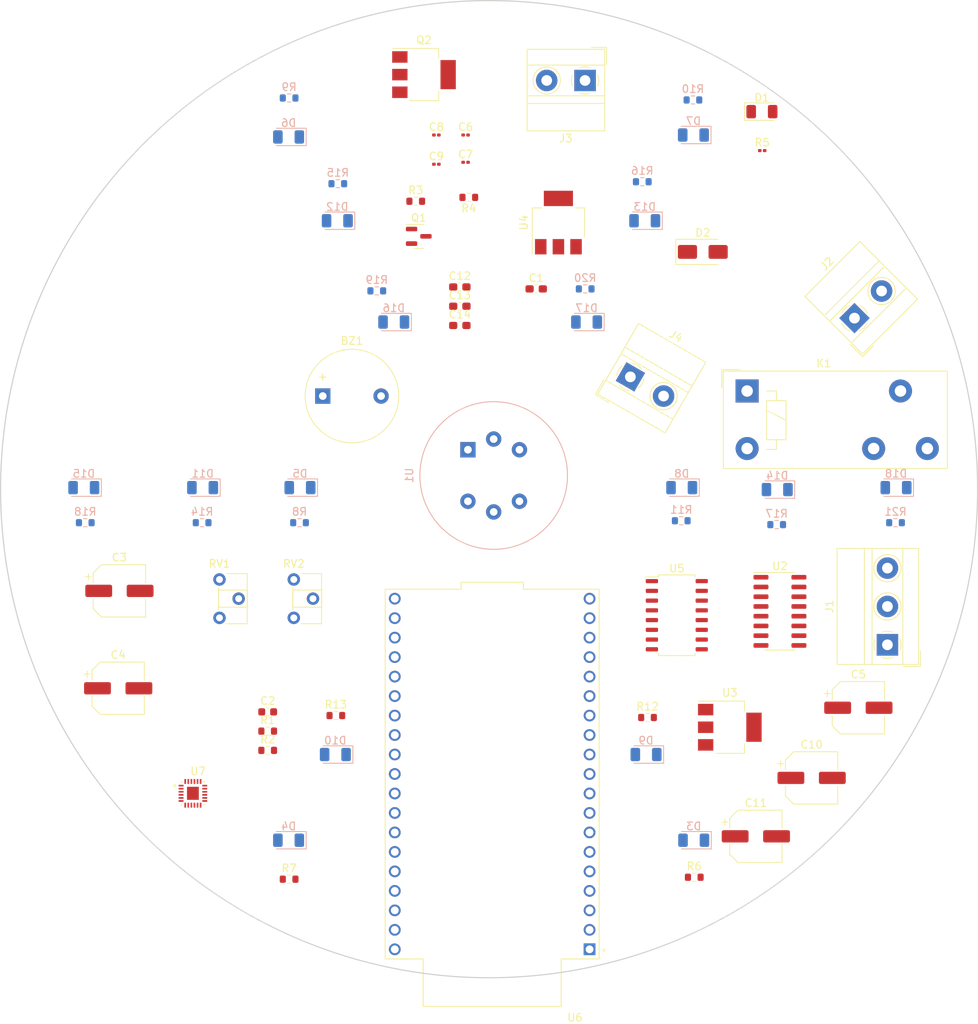
<source format=kicad_pcb>
(kicad_pcb (version 20221018) (generator pcbnew)
  (layers (0 "F.Cu" signal) (31 "B.Cu" signal) (34 "B.Paste" user) (35 "F.Paste" user) (36 "B.SilkS" user "B.Silkscreen") (37 "F.SilkS" user "F.Silkscreen") (38 "B.Mask" user) (39 "F.Mask" user) (44 "Edge.Cuts" user))
  (net 0 "")
  (net 1 "3.3V")
  (net 2 "Net-(BZ1-+)")
  (net 3 "/Controlador/Pin_Sensor_Gas")
  (net 4 "Earth")
  (net 5 "Net-(U1-A1)")
  (net 6 "5V")
  (net 7 "Net-(D2-K)")
  (net 8 "Net-(J1-Pin_3)")
  (net 9 "/Controlador/Pin_Sensor_GasEx")
  (net 10 "Net-(U7-REGOUT)")
  (net 11 "Net-(D1-A)")
  (net 12 "Positivo de Baateria")
  (net 13 "Net-(D3-K)")
  (net 14 "Net-(D3-A)")
  (net 15 "/Controlador/NC_RL")
  (net 16 "Net-(D4-A)")
  (net 17 "/Controlador/NA_RL")
  (net 18 "Net-(D5-A)")
  (net 19 "Net-(Q1-B)")
  (net 20 "Net-(D6-A)")
  (net 21 "Net-(Q2-G)")
  (net 22 "Net-(D7-A)")
  (net 24 "Net-(D8-A)")
  (net 26 "Net-(D9-A)")
  (net 27 "Net-(D10-K)")
  (net 28 "Net-(D10-A)")
  (net 30 "Net-(D11-A)")
  (net 32 "Net-(D12-A)")
  (net 34 "Net-(D13-A)")
  (net 36 "Net-(D14-A)")
  (net 37 "Net-(D15-K)")
  (net 38 "Net-(D15-A)")
  (net 39 "Net-(D16-A)")
  (net 40 "Net-(D17-A)")
  (net 41 "Net-(D18-A)")
  (net 42 "Positivo de bateria")
  (net 43 "/Controlador/SALIDA TRANSISTOR")
  (net 44 "/Controlador/Modulo de Diodos/D1")
  (net 45 "/Buzzer/Activador del buzzer")
  (net 46 "Activador de transistor")
  (net 47 "/Controlador/Modulo de Diodos/EN_D1")
  (net 48 "/Controlador/Modulo de Diodos/EN_D2")
  (net 49 "/Controlador/Modulo de Diodos/EN_D3")
  (net 50 "/Controlador/Modulo de Diodos/EN_D4")
  (net 51 "/Controlador/Modulo de Diodos/EN_D5")
  (net 52 "/Controlador/Modulo de Diodos/EN_D6")
  (net 53 "/Controlador/Modulo de Diodos/EN_D7")
  (net 54 "/Controlador/Modulo de Diodos/D7")
  (net 55 "/Controlador/Modulo de Diodos/D6")
  (net 56 "/Controlador/Modulo de Diodos/D5")
  (net 57 "/Controlador/Modulo de Diodos/D4")
  (net 58 "/Controlador/Modulo de Diodos/D3")
  (net 59 "/Controlador/Pin_Activador_LEDr")
  (net 61 "GNDREF")
  (net 63 "/Controlador/Pin_Activador_LEDam")
  (net 64 "/Controlador/Salida_Giroscopio")
  (net 65 "/Controlador/SDA")
  (net 66 "/Controlador/SCL")
  (net 69 "/Controlador/Pin_Activador_LEDaz")
  (footprint "LED_SMD:LED_1206_3216Metric" (layer "F.Cu") (at 124.076 44.196)
    (fp_text reference "D1" (at 0 -1.82) (layer "F.SilkS"))
    (fp_text value "LED")
    (pad "1" smd roundrect locked (at -1.4 0) (size 1.25 1.75) (layers "F.Cu" "F.Paste" "F.Mask") (roundrect_rratio 0.2) (net 4 "Earth"))
    (pad "2" smd roundrect locked (at 1.4 0) (size 1.25 1.75) (layers "F.Cu" "F.Paste" "F.Mask") (roundrect_rratio 0.2) (net 11 "Net-(D1-A)"))
  )
  (footprint "Capacitor_SMD:C_0201_0603Metric" (layer "F.Cu") (at 85.435 50.8)
    (fp_text reference "C7" (at 0 -1.05) (layer "F.SilkS"))
    (fp_text value "100nf")
    (pad "1" smd roundrect locked (at -0.32 0) (size 0.46 0.4) (layers "F.Cu" "F.Mask") (net 7 "Net-(D2-K)"))
    (pad "2" smd roundrect locked (at 0.32 0) (size 0.46 0.4) (layers "F.Cu" "F.Mask") (net 4 "Earth"))
  )
  (footprint "Capacitor_SMD:CP_Elec_6.3x7.7" (layer "F.Cu") (at 40.292 106.68)
    (fp_text reference "C3" (at 0 -4.35) (layer "F.SilkS"))
    (fp_text value "4.7 uF")
    (pad "1" smd roundrect locked (at -2.7 0) (size 3.5 1.6) (layers "F.Cu" "F.Paste" "F.Mask") (roundrect_rratio 0.15625) (net 9 "/Controlador/Pin_Sensor_GasEx"))
    (pad "2" smd roundrect locked (at 2.7 0) (size 3.5 1.6) (layers "F.Cu" "F.Paste" "F.Mask") (roundrect_rratio 0.15625) (net 4 "Earth"))
  )
  (footprint "Capacitor_SMD:CP_Elec_6.3x3" (layer "F.Cu") (at 130.556 131.064)
    (fp_text reference "C10" (at 0 -4.35) (layer "F.SilkS"))
    (fp_text value "22uf")
    (pad "1" smd roundrect locked (at -2.7 0) (size 3.5 1.6) (layers "F.Cu" "F.Paste" "F.Mask") (roundrect_rratio 0.15625) (net 1 "3.3V"))
    (pad "2" smd roundrect locked (at 2.7 0) (size 3.5 1.6) (layers "F.Cu" "F.Paste" "F.Mask") (roundrect_rratio 0.15625) (net 4 "Earth"))
  )
  (footprint "Capacitor_SMD:C_0603_1608Metric_Pad1.08x0.95mm_HandSolder" (layer "F.Cu") (at 94.6415 67.31)
    (fp_text reference "C1" (at 0 -1.43) (layer "F.SilkS"))
    (fp_text value "100nF")
    (pad "1" smd roundrect locked (at -0.8625 0) (size 1.075 0.95) (layers "F.Cu" "F.Paste" "F.Mask") (net 5 "Net-(U1-A1)"))
    (pad "2" smd roundrect locked (at 0.8625 0) (size 1.075 0.95) (layers "F.Cu" "F.Paste" "F.Mask") (net 6 "5V"))
  )
  (footprint "Diode_SMD:D_SMA" (layer "F.Cu") (at 116.364 62.484)
    (fp_text reference "D2" (at 0 -2.5) (layer "F.SilkS"))
    (fp_text value "M1")
    (pad "1" smd roundrect locked (at -2 0) (size 2.5 1.8) (layers "F.Cu" "F.Paste" "F.Mask") (roundrect_rratio 0.1388888889) (net 7 "Net-(D2-K)"))
    (pad "2" smd roundrect locked (at 2 0) (size 2.5 1.8) (layers "F.Cu" "F.Paste" "F.Mask") (roundrect_rratio 0.1388888889) (net 12 "Positivo de Baateria"))
  )
  (footprint "Potentiometer_THT:Potentiometer_ACP_CA6-H2,5_Horizontal" (layer "F.Cu") (at 53.34 105.196)
    (fp_text reference "RV1" (at 0 -2.06) (layer "F.SilkS"))
    (fp_text value "60K")
    (pad "1" thru_hole circle locked (at 0 0) (size 1.62 1.62) (drill 0.9) (layers "*.Cu" "*.Mask") (net 9 "/Controlador/Pin_Sensor_GasEx"))
    (pad "2" thru_hole circle locked (at 2.5 2.5) (size 1.62 1.62) (drill 0.9) (layers "*.Cu" "*.Mask") (net 4 "Earth"))
    (pad "3" thru_hole circle locked (at 0 5) (size 1.62 1.62) (drill 0.9) (layers "*.Cu" "*.Mask") (net 4 "Earth"))
  )
  (footprint "MPU-6500:QFN40P300X300X95-25N" (layer "F.Cu") (at 49.876 133.075)
    (fp_text reference "U7" (at 0.675 -2.885) (layer "F.SilkS"))
    (fp_text value "MPU-6500")
    (pad "1" smd roundrect locked (at -1.545 -1) (size 0.64 0.22) (layers "F.Cu" "F.Paste" "F.Mask") (roundrect_rratio 0.03))
    (pad "2" smd roundrect locked (at -1.545 -0.6) (size 0.64 0.22) (layers "F.Cu" "F.Paste" "F.Mask") (roundrect_rratio 0.03))
    (pad "3" smd roundrect locked (at -1.545 -0.2) (size 0.64 0.22) (layers "F.Cu" "F.Paste" "F.Mask") (roundrect_rratio 0.03))
    (pad "4" smd roundrect locked (at -1.545 0.2) (size 0.64 0.22) (layers "F.Cu" "F.Paste" "F.Mask") (roundrect_rratio 0.03))
    (pad "5" smd roundrect locked (at -1.545 0.6) (size 0.64 0.22) (layers "F.Cu" "F.Paste" "F.Mask") (roundrect_rratio 0.03))
    (pad "6" smd roundrect locked (at -1.545 1) (size 0.64 0.22) (layers "F.Cu" "F.Paste" "F.Mask") (roundrect_rratio 0.03))
    (pad "7" smd roundrect locked (at -1 1.545 90) (size 0.64 0.22) (layers "F.Cu" "F.Paste" "F.Mask") (roundrect_rratio 0.03))
    (pad "8" smd roundrect locked (at -0.6 1.545 90) (size 0.64 0.22) (layers "F.Cu" "F.Paste" "F.Mask") (roundrect_rratio 0.03) (net 1 "3.3V"))
    (pad "9" smd roundrect locked (at -0.2 1.545 90) (size 0.64 0.22) (layers "F.Cu" "F.Paste" "F.Mask") (roundrect_rratio 0.03) (net 64 "/Controlador/Salida_Giroscopio"))
    (pad "10" smd roundrect locked (at 0.2 1.545 90) (size 0.64 0.22) (layers "F.Cu" "F.Paste" "F.Mask") (roundrect_rratio 0.03) (net 10 "Net-(U7-REGOUT)"))
    (pad "11" smd roundrect locked (at 0.6 1.545 90) (size 0.64 0.22) (layers "F.Cu" "F.Paste" "F.Mask") (roundrect_rratio 0.03) (net 4 "Earth"))
    (pad "12" smd roundrect locked (at 1 1.545 90) (size 0.64 0.22) (layers "F.Cu" "F.Paste" "F.Mask") (roundrect_rratio 0.03) (net 1 "3.3V"))
    (pad "13" smd roundrect locked (at 1.545 1) (size 0.64 0.22) (layers "F.Cu" "F.Paste" "F.Mask") (roundrect_rratio 0.03) (net 1 "3.3V"))
    (pad "14" smd roundrect locked (at 1.545 0.6) (size 0.64 0.22) (layers "F.Cu" "F.Paste" "F.Mask") (roundrect_rratio 0.03))
    (pad "15" smd roundrect locked (at 1.545 0.2) (size 0.64 0.22) (layers "F.Cu" "F.Paste" "F.Mask") (roundrect_rratio 0.03))
    (pad "16" smd roundrect locked (at 1.545 -0.2) (size 0.64 0.22) (layers "F.Cu" "F.Paste" "F.Mask") (roundrect_rratio 0.03))
    (pad "17" smd roundrect locked (at 1.545 -0.6) (size 0.64 0.22) (layers "F.Cu" "F.Paste" "F.Mask") (roundrect_rratio 0.03))
    (pad "18" smd roundrect locked (at 1.545 -1) (size 0.64 0.22) (layers "F.Cu" "F.Paste" "F.Mask") (roundrect_rratio 0.03) (net 4 "Earth"))
    (pad "19" smd roundrect locked (at 1 -1.545 90) (size 0.64 0.22) (layers "F.Cu" "F.Paste" "F.Mask") (roundrect_rratio 0.03))
    (pad "20" smd roundrect locked (at 0.6 -1.545 90) (size 0.64 0.22) (layers "F.Cu" "F.Paste" "F.Mask") (roundrect_rratio 0.03) (net 4 "Earth"))
    (pad "21" smd roundrect locked (at 0.2 -1.545 90) (size 0.64 0.22) (layers "F.Cu" "F.Paste" "F.Mask") (roundrect_rratio 0.03))
    (pad "22" smd roundrect locked (at -0.2 -1.545 90) (size 0.64 0.22) (layers "F.Cu" "F.Paste" "F.Mask") (roundrect_rratio 0.03) (net 1 "3.3V"))
    (pad "23" smd roundrect locked (at -0.6 -1.545 90) (size 0.64 0.22) (layers "F.Cu" "F.Paste" "F.Mask") (roundrect_rratio 0.03) (net 65 "/Controlador/SDA"))
    (pad "24" smd roundrect locked (at -1 -1.545 90) (size 0.64 0.22) (layers "F.Cu" "F.Paste" "F.Mask") (roundrect_rratio 0.03) (net 66 "/Controlador/SCL"))
    (pad "25" smd rect locked (at 0 0) (size 1.54 1.7) (layers "F.Cu" "F.Mask") (net 4 "Earth"))
  )
  (footprint "Resistor_SMD:R_0603_1608Metric" (layer "F.Cu") (at 85.852 55.372 180)
    (fp_text reference "R4" (at 0 -1.43) (layer "F.SilkS"))
    (fp_text value "220")
    (pad "1" smd roundrect locked (at -0.825 0 180) (size 0.8 0.95) (layers "F.Cu" "F.Paste" "F.Mask") (net 46 "Activador de transistor"))
    (pad "2" smd roundrect locked (at 0.825 0 180) (size 0.8 0.95) (layers "F.Cu" "F.Paste" "F.Mask") (net 21 "Net-(Q2-G)"))
  )
  (footprint "Relay_THT:Relay_SPDT_Finder_40.31" (layer "F.Cu") (at 122.1465 80.6205)
    (fp_text reference locked "K1" (at 10 -3.6) (layer "F.SilkS"))
    (fp_text value "FINDER-40.31")
    (pad "11" thru_hole circle locked (at 20 0) (size 3 3) (drill 1.5) (layers "*.Cu" "*.Mask") (net 15 "/Controlador/NC_RL"))
    (pad "12" thru_hole circle locked (at 16.5 7.5) (size 3 3) (drill 1.5) (layers "*.Cu" "*.Mask"))
    (pad "14" thru_hole circle locked (at 23.5 7.5) (size 3 3) (drill 1.5) (layers "*.Cu" "*.Mask") (net 17 "/Controlador/NA_RL"))
    (pad "A1" thru_hole rect locked (at 0 0) (size 3 3) (drill 1.5) (layers "*.Cu" "*.Mask") (net 42 "Positivo de bateria"))
    (pad "A2" thru_hole circle locked (at 0 7.5) (size 3 3) (drill 1.5) (layers "*.Cu" "*.Mask") (net 44 "/Controlador/Modulo de Diodos/D1"))
  )
  (footprint "Resistor_SMD:R_0603_1608Metric" (layer "F.Cu") (at 59.627 124.968)
    (fp_text reference "R1" (at 0 -1.43) (layer "F.SilkS"))
    (fp_text value "100")
    (pad "1" smd roundrect locked (at -0.825 0) (size 0.8 0.95) (layers "F.Cu" "F.Paste" "F.Mask") (net 9 "/Controlador/Pin_Sensor_GasEx"))
    (pad "2" smd roundrect locked (at 0.825 0) (size 0.8 0.95) (layers "F.Cu" "F.Paste" "F.Mask") (net 4 "Earth"))
  )
  (footprint "Capacitor_SMD:C_0201_0603Metric" (layer "F.Cu") (at 85.435 47.244)
    (fp_text reference "C6" (at 0 -1.05) (layer "F.SilkS"))
    (fp_text value "100nf")
    (pad "1" smd roundrect locked (at -0.32 0) (size 0.46 0.4) (layers "F.Cu" "F.Mask") (net 7 "Net-(D2-K)"))
    (pad "2" smd roundrect locked (at 0.32 0) (size 0.46 0.4) (layers "F.Cu" "F.Mask") (net 4 "Earth"))
  )
  (footprint "Capacitor_SMD:CP_Elec_6.3x3" (layer "F.Cu") (at 123.284 138.684)
    (fp_text reference "C11" (at 0 -4.35) (layer "F.SilkS"))
    (fp_text value "22uf")
    (pad "1" smd roundrect locked (at -2.7 0) (size 3.5 1.6) (layers "F.Cu" "F.Paste" "F.Mask") (roundrect_rratio 0.15625) (net 6 "5V"))
    (pad "2" smd roundrect locked (at 2.7 0) (size 3.5 1.6) (layers "F.Cu" "F.Paste" "F.Mask") (roundrect_rratio 0.15625) (net 4 "Earth"))
  )
  (footprint "Buzzer_Beeper:Buzzer_12x9.5RM7.6" (layer "F.Cu") (at 66.812 81.28)
    (fp_text reference "BZ1" (at 3.8 -7.2) (layer "F.SilkS"))
    (fp_text value "Buzzer")
    (fp_text user "+" (at -0.01 -2.54) (layer "F.SilkS"))
    (pad "1" thru_hole rect locked (at 0 0) (size 2 2) (drill 1) (layers "*.Cu" "*.Mask") (net 1 "3.3V"))
    (pad "2" thru_hole circle locked (at 7.6 0) (size 2 2) (drill 1) (layers "*.Cu" "*.Mask") (net 2 "Net-(BZ1-+)"))
  )
  (footprint "Resistor_SMD:R_0603_1608Metric" (layer "F.Cu") (at 62.421 144.272)
    (fp_text reference "R7" (at 0 -1.43) (layer "F.SilkS"))
    (fp_text value "220")
    (pad "1" smd roundrect locked (at -0.825 0) (size 0.8 0.95) (layers "F.Cu" "F.Paste" "F.Mask") (net 6 "5V"))
    (pad "2" smd roundrect locked (at 0.825 0) (size 0.8 0.95) (layers "F.Cu" "F.Paste" "F.Mask") (net 16 "Net-(D4-A)"))
  )
  (footprint "TerminalBlock_MetzConnect:TerminalBlock_MetzConnect_Type011_RT05502HBWC_1x02_P5.00mm_Horizontal" (layer "F.Cu") (at 136.144 71.12 45)
    (fp_text reference "J2" (at 2.5 -7.56 45) (layer "F.SilkS"))
    (fp_text value "Screw_Terminal_01x02")
    (pad "1" thru_hole rect locked (at 0 0 45) (size 2.8 2.8) (drill 1.4) (layers "*.Cu" "*.Mask") (net 15 "/Controlador/NC_RL"))
    (pad "2" thru_hole circle locked (at 5 0 45) (size 2.8 2.8) (drill 1.4) (layers "*.Cu" "*.Mask") (net 17 "/Controlador/NA_RL"))
  )
  (footprint "Package_TO_SOT_SMD:SOT-223" (layer "F.Cu") (at 80.01 39.37)
    (fp_text reference locked "Q2" (at 0 -4.5) (layer "F.SilkS"))
    (fp_text value locked "BSP75N")
    (pad "1" smd rect locked (at -3.15 -2.3) (size 2 1.5) (layers "F.Cu" "F.Paste" "F.Mask") (net 21 "Net-(Q2-G)"))
    (pad "2" smd rect locked (at -3.15 0) (size 2 1.5) (layers "F.Cu" "F.Paste" "F.Mask") (net 43 "/Controlador/SALIDA TRANSISTOR"))
    (pad "3" smd rect locked (at -3.15 2.3) (size 2 1.5) (layers "F.Cu" "F.Paste" "F.Mask") (net 4 "Earth"))
    (pad "4" smd rect locked (at 3.15 0) (size 2 3.8) (layers "F.Cu" "F.Paste" "F.Mask") (net 4 "Earth"))
  )
  (footprint "Potentiometer_THT:Potentiometer_ACP_CA6-H2,5_Horizontal" (layer "F.Cu") (at 63.032 105.196)
    (fp_text reference "RV2" (at 0 -2.06) (layer "F.SilkS"))
    (fp_text value "60K")
    (pad "1" thru_hole circle locked (at 0 0) (size 1.62 1.62) (drill 0.9) (layers "*.Cu" "*.Mask") (net 3 "/Controlador/Pin_Sensor_Gas"))
    (pad "2" thru_hole circle locked (at 2.5 2.5) (size 1.62 1.62) (drill 0.9) (layers "*.Cu" "*.Mask") (net 4 "Earth"))
    (pad "3" thru_hole circle locked (at 0 5) (size 1.62 1.62) (drill 0.9) (layers "*.Cu" "*.Mask") (net 4 "Earth"))
  )
  (footprint "Resistor_SMD:R_0603_1608Metric" (layer "F.Cu") (at 109.157 123.19)
    (fp_text reference "R12" (at 0 -1.43) (layer "F.SilkS"))
    (fp_text value "220")
    (pad "1" smd roundrect locked (at -0.825 0) (size 0.8 0.95) (layers "F.Cu" "F.Paste" "F.Mask") (net 6 "5V"))
    (pad "2" smd roundrect locked (at 0.825 0) (size 0.8 0.95) (layers "F.Cu" "F.Paste" "F.Mask") (net 26 "Net-(D9-A)"))
  )
  (footprint "Capacitor_SMD:C_0201_0603Metric" (layer "F.Cu") (at 81.625 47.244)
    (fp_text reference "C8" (at 0 -1.05) (layer "F.SilkS"))
    (fp_text value "100nf")
    (pad "1" smd roundrect locked (at -0.32 0) (size 0.46 0.4) (layers "F.Cu" "F.Mask") (net 1 "3.3V"))
    (pad "2" smd roundrect locked (at 0.32 0) (size 0.46 0.4) (layers "F.Cu" "F.Mask") (net 4 "Earth"))
  )
  (footprint "Capacitor_SMD:C_0201_0603Metric" (layer "F.Cu") (at 81.625 51.054)
    (fp_text reference "C9" (at 0 -1.05) (layer "F.SilkS"))
    (fp_text value "100nf")
    (pad "1" smd roundrect locked (at -0.32 0) (size 0.46 0.4) (layers "F.Cu" "F.Mask") (net 6 "5V"))
    (pad "2" smd roundrect locked (at 0.32 0) (size 0.46 0.4) (layers "F.Cu" "F.Mask") (net 4 "Earth"))
  )
  (footprint "Package_SO:SOIC-16_4.55x10.3mm_P1.27mm" (layer "F.Cu") (at 112.978 109.855)
    (fp_text reference "U5" (at 0 -6.1) (layer "F.SilkS"))
    (fp_text value "ULN2003")
    (pad "1" smd roundrect locked (at -3.25 -4.445) (size 1.6 0.55) (layers "F.Cu" "F.Paste" "F.Mask") (net 59 "/Controlador/Pin_Activador_LEDr"))
    (pad "2" smd roundrect locked (at -3.25 -3.175) (size 1.6 0.55) (layers "F.Cu" "F.Paste" "F.Mask") (net 63 "/Controlador/Pin_Activador_LEDam"))
    (pad "3" smd roundrect locked (at -3.25 -1.905) (size 1.6 0.55) (layers "F.Cu" "F.Paste" "F.Mask") (net 69 "/Controlador/Pin_Activador_LEDaz"))
    (pad "4" smd roundrect locked (at -3.25 -0.635) (size 1.6 0.55) (layers "F.Cu" "F.Paste" "F.Mask"))
    (pad "5" smd roundrect locked (at -3.25 0.635) (size 1.6 0.55) (layers "F.Cu" "F.Paste" "F.Mask"))
    (pad "6" smd roundrect locked (at -3.25 1.905) (size 1.6 0.55) (layers "F.Cu" "F.Paste" "F.Mask"))
    (pad "7" smd roundrect locked (at -3.25 3.175) (size 1.6 0.55) (layers "F.Cu" "F.Paste" "F.Mask"))
    (pad "8" smd roundrect locked (at -3.25 4.445) (size 1.6 0.55) (layers "F.Cu" "F.Paste" "F.Mask") (net 61 "GNDREF"))
    (pad "9" smd roundrect locked (at 3.25 4.445) (size 1.6 0.55) (layers "F.Cu" "F.Paste" "F.Mask") (net 61 "GNDREF"))
    (pad "10" smd roundrect locked (at 3.25 3.175) (size 1.6 0.55) (layers "F.Cu" "F.Paste" "F.Mask"))
    (pad "11" smd roundrect locked (at 3.25 1.905) (size 1.6 0.55) (layers "F.Cu" "F.Paste" "F.Mask"))
    (pad "12" smd roundrect locked (at 3.25 0.635) (size 1.6 0.55) (layers "F.Cu" "F.Paste" "F.Mask"))
    (pad "13" smd roundrect locked (at 3.25 -0.635) (size 1.6 0.55) (layers "F.Cu" "F.Paste" "F.Mask"))
    (pad "14" smd roundrect locked (at 3.25 -1.905) (size 1.6 0.55) (layers "F.Cu" "F.Paste" "F.Mask") (net 37 "Net-(D15-K)"))
    (pad "15" smd roundrect locked (at 3.25 -3.175) (size 1.6 0.55) (layers "F.Cu" "F.Paste" "F.Mask") (net 27 "Net-(D10-K)"))
    (pad "16" smd roundrect locked (at 3.25 -4.445) (size 1.6 0.55) (layers "F.Cu" "F.Paste" "F.Mask") (net 13 "Net-(D3-K)"))
  )
  (footprint "Package_TO_SOT_SMD:SOT-23" (layer "F.Cu") (at 79.3265 60.452)
    (fp_text reference "Q1" (at 0 -2.4) (layer "F.SilkS"))
    (fp_text value "BC817")
    (pad "1" smd roundrect locked (at -0.9375 -0.95) (size 1.475 0.6) (layers "F.Cu" "F.Paste" "F.Mask") (net 19 "Net-(Q1-B)"))
    (pad "2" smd roundrect locked (at -0.9375 0.95) (size 1.475 0.6) (layers "F.Cu" "F.Paste" "F.Mask") (net 4 "Earth"))
    (pad "3" smd roundrect locked (at 0.9375 0) (size 1.475 0.6) (layers "F.Cu" "F.Paste" "F.Mask") (net 2 "Net-(BZ1-+)"))
  )
  (footprint "Capacitor_SMD:CP_Elec_6.3x7.7" (layer "F.Cu") (at 40.132 119.38)
    (fp_text reference "C4" (at 0 -4.35) (layer "F.SilkS"))
    (fp_text value "4.7 uF")
    (pad "1" smd roundrect locked (at -2.7 0) (size 3.5 1.6) (layers "F.Cu" "F.Paste" "F.Mask") (roundrect_rratio 0.15625) (net 3 "/Controlador/Pin_Sensor_Gas"))
    (pad "2" smd roundrect locked (at 2.7 0) (size 3.5 1.6) (layers "F.Cu" "F.Paste" "F.Mask") (roundrect_rratio 0.15625) (net 4 "Earth"))
  )
  (footprint "Resistor_SMD:R_0603_1608Metric" (layer "F.Cu") (at 115.253 144.018)
    (fp_text reference "R6" (at 0 -1.43) (layer "F.SilkS"))
    (fp_text value "220")
    (pad "1" smd roundrect locked (at -0.825 0) (size 0.8 0.95) (layers "F.Cu" "F.Paste" "F.Mask") (net 6 "5V"))
    (pad "2" smd roundrect locked (at 0.825 0) (size 0.8 0.95) (layers "F.Cu" "F.Paste" "F.Mask") (net 14 "Net-(D3-A)"))
  )
  (footprint "Resistor_SMD:R_0603_1608Metric" (layer "F.Cu") (at 68.517 122.936)
    (fp_text reference "R13" (at 0 -1.43) (layer "F.SilkS"))
    (fp_text value "220")
    (pad "1" smd roundrect locked (at -0.825 0) (size 0.8 0.95) (layers "F.Cu" "F.Paste" "F.Mask") (net 6 "5V"))
    (pad "2" smd roundrect locked (at 0.825 0) (size 0.8 0.95) (layers "F.Cu" "F.Paste" "F.Mask") (net 28 "Net-(D10-A)"))
  )
  (footprint "TerminalBlock_MetzConnect:TerminalBlock_MetzConnect_Type011_RT05503HBWC_1x03_P5.00mm_Horizontal" (layer "F.Cu") (at 140.442 113.712 90)
    (fp_text reference "J1" (at 5 -7.56 90) (layer "F.SilkS"))
    (fp_text value "Screw_Terminal_01x03")
    (pad "1" thru_hole rect locked (at 0 0 90) (size 2.8 2.8) (drill 1.4) (layers "*.Cu" "*.Mask") (net 4 "Earth"))
    (pad "2" thru_hole circle locked (at 5 0 90) (size 2.8 2.8) (drill 1.4) (layers "*.Cu" "*.Mask") (net 9 "/Controlador/Pin_Sensor_GasEx"))
    (pad "3" thru_hole circle locked (at 10 0 90) (size 2.8 2.8) (drill 1.4) (layers "*.Cu" "*.Mask") (net 8 "Net-(J1-Pin_3)"))
  )
  (footprint "Package_SO:SOIC-16_3.9x9.9mm_P1.27mm" (layer "F.Cu") (at 126.427 109.347)
    (fp_text reference "U2" (at 0 -5.9) (layer "F.SilkS"))
    (fp_text value "ULN2003")
    (pad "1" smd roundrect locked (at -2.475 -4.445) (size 1.95 0.6) (layers "F.Cu" "F.Paste" "F.Mask") (net 47 "/Controlador/Modulo de Diodos/EN_D1"))
    (pad "2" smd roundrect locked (at -2.475 -3.175) (size 1.95 0.6) (layers "F.Cu" "F.Paste" "F.Mask") (net 48 "/Controlador/Modulo de Diodos/EN_D2"))
    (pad "3" smd roundrect locked (at -2.475 -1.905) (size 1.95 0.6) (layers "F.Cu" "F.Paste" "F.Mask") (net 49 "/Controlador/Modulo de Diodos/EN_D3"))
    (pad "4" smd roundrect locked (at -2.475 -0.635) (size 1.95 0.6) (layers "F.Cu" "F.Paste" "F.Mask") (net 50 "/Controlador/Modulo de Diodos/EN_D4"))
    (pad "5" smd roundrect locked (at -2.475 0.635) (size 1.95 0.6) (layers "F.Cu" "F.Paste" "F.Mask") (net 51 "/Controlador/Modulo de Diodos/EN_D5"))
    (pad "6" smd roundrect locked (at -2.475 1.905) (size 1.95 0.6) (layers "F.Cu" "F.Paste" "F.Mask") (net 52 "/Controlador/Modulo de Diodos/EN_D6"))
    (pad "7" smd roundrect locked (at -2.475 3.175) (size 1.95 0.6) (layers "F.Cu" "F.Paste" "F.Mask") (net 53 "/Controlador/Modulo de Diodos/EN_D7"))
    (pad "8" smd roundrect locked (at -2.475 4.445) (size 1.95 0.6) (layers "F.Cu" "F.Paste" "F.Mask") (net 4 "Earth"))
    (pad "9" smd roundrect locked (at 2.475 4.445) (size 1.95 0.6) (layers "F.Cu" "F.Paste" "F.Mask") (net 42 "Positivo de bateria"))
    (pad "10" smd roundrect locked (at 2.475 3.175) (size 1.95 0.6) (layers "F.Cu" "F.Paste" "F.Mask") (net 54 "/Controlador/Modulo de Diodos/D7"))
    (pad "11" smd roundrect locked (at 2.475 1.905) (size 1.95 0.6) (layers "F.Cu" "F.Paste" "F.Mask") (net 55 "/Controlador/Modulo de Diodos/D6"))
    (pad "12" smd roundrect locked (at 2.475 0.635) (size 1.95 0.6) (layers "F.Cu" "F.Paste" "F.Mask") (net 56 "/Controlador/Modulo de Diodos/D5"))
    (pad "13" smd roundrect locked (at 2.475 -0.635) (size 1.95 0.6) (layers "F.Cu" "F.Paste" "F.Mask") (net 57 "/Controlador/Modulo de Diodos/D4"))
    (pad "14" smd roundrect locked (at 2.475 -1.905) (size 1.95 0.6) (layers "F.Cu" "F.Paste" "F.Mask") (net 58 "/Controlador/Modulo de Diodos/D3"))
    (pad "15" smd roundrect locked (at 2.475 -3.175) (size 1.95 0.6) (layers "F.Cu" "F.Paste" "F.Mask") (net 46 "Activador de transistor"))
    (pad "16" smd roundrect locked (at 2.475 -4.445) (size 1.95 0.6) (layers "F.Cu" "F.Paste" "F.Mask") (net 44 "/Controlador/Modulo de Diodos/D1"))
  )
  (footprint "TerminalBlock_MetzConnect:TerminalBlock_MetzConnect_Type011_RT05502HBWC_1x02_P5.00mm_Horizontal" (layer "F.Cu") (at 101.012 40.132 180)
    (fp_text reference "J3" (at 2.5 -7.56) (layer "F.SilkS"))
    (fp_text value "Screw_Terminal_01x02")
    (pad "1" thru_hole rect locked (at 0 0 180) (size 2.8 2.8) (drill 1.4) (layers "*.Cu" "*.Mask") (net 4 "Earth"))
    (pad "2" thru_hole circle locked (at 5 0 180) (size 2.8 2.8) (drill 1.4) (layers "*.Cu" "*.Mask") (net 43 "/Controlador/SALIDA TRANSISTOR"))
  )
  (footprint "Capacitor_SMD:CP_Elec_6.3x3" (layer "F.Cu") (at 136.652 121.92)
    (fp_text reference "C5" (at 0 -4.35) (layer "F.SilkS"))
    (fp_text value "100uf")
    (pad "1" smd roundrect locked (at -2.7 0) (size 3.5 1.6) (layers "F.Cu" "F.Paste" "F.Mask") (roundrect_rratio 0.15625) (net 7 "Net-(D2-K)"))
    (pad "2" smd roundrect locked (at 2.7 0) (size 3.5 1.6) (layers "F.Cu" "F.Paste" "F.Mask") (roundrect_rratio 0.15625) (net 4 "Earth"))
  )
  (footprint "Capacitor_SMD:C_0603_1608Metric_Pad1.08x0.95mm_HandSolder" (layer "F.Cu") (at 84.6825 67.056)
    (fp_text reference "C12" (at 0 -1.43) (layer "F.SilkS"))
    (fp_text value "0.1μF")
    (pad "1" smd roundrect locked (at -0.8625 0) (size 1.075 0.95) (layers "F.Cu" "F.Paste" "F.Mask") (net 10 "Net-(U7-REGOUT)"))
    (pad "2" smd roundrect locked (at 0.8625 0) (size 1.075 0.95) (layers "F.Cu" "F.Paste" "F.Mask") (net 4 "Earth"))
  )
  (footprint "Package_TO_SOT_SMD:SOT-223-3_TabPin2" (layer "F.Cu") (at 119.888 124.46)
    (fp_text reference "U3" (at 0 -4.5) (layer "F.SilkS"))
    (fp_text value "AMS1117-3.3")
    (pad "1" smd rect locked (at -3.15 -2.3) (size 2 1.5) (layers "F.Cu" "F.Paste" "F.Mask") (net 4 "Earth"))
    (pad "2" smd rect locked (at -3.15 0) (size 2 1.5) (layers "F.Cu" "F.Paste" "F.Mask") (net 1 "3.3V"))
    (pad "2" smd rect locked (at 3.15 0) (size 2 3.8) (layers "F.Cu" "F.Paste" "F.Mask") (net 1 "3.3V"))
    (pad "3" smd rect locked (at -3.15 2.3) (size 2 1.5) (layers "F.Cu" "F.Paste" "F.Mask") (net 7 "Net-(D2-K)"))
  )
  (footprint "Resistor_SMD:R_0603_1608Metric" (layer "F.Cu") (at 59.627 127.478)
    (fp_text reference "R2" (at 0 -1.43) (layer "F.SilkS"))
    (fp_text value "100")
    (pad "1" smd roundrect locked (at -0.825 0) (size 0.8 0.95) (layers "F.Cu" "F.Paste" "F.Mask") (net 3 "/Controlador/Pin_Sensor_Gas"))
    (pad "2" smd roundrect locked (at 0.825 0) (size 0.8 0.95) (layers "F.Cu" "F.Paste" "F.Mask") (net 4 "Earth"))
  )
  (footprint "Package_TO_SOT_SMD:SOT-223-3_TabPin2" (layer "F.Cu") (at 97.536 58.66 90)
    (fp_text reference "U4" (at 0 -4.5 90) (layer "F.SilkS"))
    (fp_text value "AMS1117-5.0")
    (pad "1" smd rect locked (at -3.15 -2.3 90) (size 2 1.5) (layers "F.Cu" "F.Paste" "F.Mask") (net 4 "Earth"))
    (pad "2" smd rect locked (at -3.15 0 90) (size 2 1.5) (layers "F.Cu" "F.Paste" "F.Mask") (net 6 "5V"))
    (pad "2" smd rect locked (at 3.15 0 90) (size 2 3.8) (layers "F.Cu" "F.Paste" "F.Mask") (net 6 "5V"))
    (pad "3" smd rect locked (at -3.15 2.3 90) (size 2 1.5) (layers "F.Cu" "F.Paste" "F.Mask") (net 7 "Net-(D2-K)"))
  )
  (footprint "Capacitor_SMD:C_0603_1608Metric_Pad1.08x0.95mm_HandSolder" (layer "F.Cu") (at 84.6825 72.076)
    (fp_text reference "C14" (at 0 -1.43) (layer "F.SilkS"))
    (fp_text value "0.1μF")
    (pad "1" smd roundrect locked (at -0.8625 0) (size 1.075 0.95) (layers "F.Cu" "F.Paste" "F.Mask") (net 1 "3.3V"))
    (pad "2" smd roundrect locked (at 0.8625 0) (size 1.075 0.95) (layers "F.Cu" "F.Paste" "F.Mask") (net 4 "Earth"))
  )
  (footprint "TerminalBlock_MetzConnect:TerminalBlock_MetzConnect_Type011_RT05502HBWC_1x02_P5.00mm_Horizontal" (layer "F.Cu") (at 106.921873 78.78 -30)
    (fp_text reference locked "J4" (at 2.5 -7.56 150) (layer "F.SilkS"))
    (fp_text value "Screw_Terminal_01x02")
    (pad "1" thru_hole rect locked (at 0 0 330) (size 2.8 2.8) (drill 1.4) (layers "*.Cu" "*.Mask") (net 42 "Positivo de bateria"))
    (pad "2" thru_hole circle locked (at 5 0 330) (size 2.8 2.8) (drill 1.4) (layers "*.Cu" "*.Mask") (net 4 "Earth"))
  )
  (footprint "Capacitor_SMD:C_0603_1608Metric" (layer "F.Cu") (at 59.627 122.458)
    (fp_text reference "C2" (at 0 -1.43) (layer "F.SilkS"))
    (fp_text value "100nF")
    (pad "1" smd roundrect locked (at -0.775 0) (size 0.9 0.95) (layers "F.Cu" "F.Paste" "F.Mask") (net 6 "5V"))
    (pad "2" smd roundrect locked (at 0.775 0) (size 0.9 0.95) (layers "F.Cu" "F.Paste" "F.Mask") (net 8 "Net-(J1-Pin_3)"))
  )
  (footprint "Resistor_SMD:R_0201_0603Metric" (layer "F.Cu") (at 124.115 49.276)
    (fp_text reference "R5" (at 0 -1.05) (layer "F.SilkS"))
    (fp_text value "220")
    (pad "1" smd roundrect locked (at -0.32 0) (size 0.46 0.4) (layers "F.Cu" "F.Mask") (net 12 "Positivo de Baateria"))
    (pad "2" smd roundrect locked (at 0.32 0) (size 0.46 0.4) (layers "F.Cu" "F.Mask") (net 11 "Net-(D1-A)"))
  )
  (footprint "Capacitor_SMD:C_0603_1608Metric_Pad1.08x0.95mm_HandSolder" (layer "F.Cu") (at 84.6825 69.566)
    (fp_text reference "C13" (at 0 -1.43) (layer "F.SilkS"))
    (fp_text value "10nF")
    (pad "1" smd roundrect locked (at -0.8625 0) (size 1.075 0.95) (layers "F.Cu" "F.Paste" "F.Mask") (net 1 "3.3V"))
    (pad "2" smd roundrect locked (at 0.8625 0) (size 1.075 0.95) (layers "F.Cu" "F.Paste" "F.Mask") (net 4 "Earth"))
  )
  (footprint "Resistor_SMD:R_0603_1608Metric" (layer "F.Cu") (at 78.931 55.88)
    (fp_text reference "R3" (at 0 -1.43) (layer "F.SilkS"))
    (fp_text value "1K")
    (pad "1" smd roundrect locked (at -0.825 0) (size 0.8 0.95) (layers "F.Cu" "F.Paste" "F.Mask") (net 45 "/Buzzer/Activador del buzzer"))
    (pad "2" smd roundrect locked (at 0.825 0) (size 0.8 0.95) (layers "F.Cu" "F.Paste" "F.Mask") (net 19 "Net-(Q1-B)"))
  )
  (footprint "SnapEDA Library:MODULE_ESP32-DEVKITC" (layer "F.Cu") (at 88.9 130.566 180)
    (fp_text reference "U6" (at -10.795 -31.75 180) (layer "F.SilkS"))
    (fp_text value "ESP32-DEVKITC")
    (pad "1" thru_hole rect locked (at -12.7 -22.85 180) (size 1.53 1.53) (drill 1.02) (layers "*.Cu" "*.Mask") (net 1 "3.3V"))
    (pad "2" thru_hole circle locked (at -12.7 -20.31 180) (size 1.53 1.53) (drill 1.02) (layers "*.Cu" "*.Mask"))
    (pad "3" thru_hole circle locked (at -12.7 -17.77 180) (size 1.53 1.53) (drill 1.02) (layers "*.Cu" "*.Mask"))
    (pad "4" thru_hole circle locked (at -12.7 -15.23 180) (size 1.53 1.53) (drill 1.02) (layers "*.Cu" "*.Mask"))
    (pad "5" thru_hole circle locked (at -12.7 -12.69 180) (size 1.53 1.53) (drill 1.02) (layers "*.Cu" "*.Mask"))
    (pad "6" thru_hole circle locked (at -12.7 -10.15 180) (size 1.53 1.53) (drill 1.02) (layers "*.Cu" "*.Mask"))
    (pad "7" thru_hole circle locked (at -12.7 -7.61 180) (size 1.53 1.53) (drill 1.02) (layers "*.Cu" "*.Mask"))
    (pad "8" thru_hole circle locked (at -12.7 -5.07 180) (size 1.53 1.53) (drill 1.02) (layers "*.Cu" "*.Mask"))
    (pad "9" thru_hole circle locked (at -12.7 -2.53 180) (size 1.53 1.53) (drill 1.02) (layers "*.Cu" "*.Mask"))
    (pad "10" thru_hole circle locked (at -12.7 0.01 180) (size 1.53 1.53) (drill 1.02) (layers "*.Cu" "*.Mask"))
    (pad "11" thru_hole circle locked (at -12.7 2.55 180) (size 1.53 1.53) (drill 1.02) (layers "*.Cu" "*.Mask"))
    (pad "12" thru_hole circle locked (at -12.7 5.09 180) (size 1.53 1.53) (drill 1.02) (layers "*.Cu" "*.Mask"))
    (pad "13" thru_hole circle locked (at -12.7 7.63 180) (size 1.53 1.53) (drill 1.02) (layers "*.Cu" "*.Mask"))
    (pad "14" thru_hole circle locked (at -12.7 10.17 180) (size 1.53 1.53) (drill 1.02) (layers "*.Cu" "*.Mask") (net 4 "Earth"))
    (pad "15" thru_hole circle locked (at -12.7 12.71 180) (size 1.53 1.53) (drill 1.02) (layers "*.Cu" "*.Mask"))
    (pad "16" thru_hole circle locked (at -12.7 15.25 180) (size 1.53 1.53) (drill 1.02) (layers "*.Cu" "*.Mask"))
    (pad "17" thru_hole circle locked (at -12.7 17.79 180) (size 1.53 1.53) (drill 1.02) (layers "*.Cu" "*.Mask"))
    (pad "18" thru_hole circle locked (at -12.7 20.33 180) (size 1.53 1.53) (drill 1.02) (layers "*.Cu" "*.Mask"))
    (pad "19" thru_hole circle locked (at -12.7 22.87 180) (size 1.53 1.53) (drill 1.02) (layers "*.Cu" "*.Mask"))
    (pad "20" thru_hole circle locked (at 12.7 22.87 180) (size 1.53 1.53) (drill 1.02) (layers "*.Cu" "*.Mask"))
    (pad "21" thru_hole circle locked (at 12.7 20.33 180) (size 1.53 1.53) (drill 1.02) (layers "*.Cu" "*.Mask"))
    (pad "22" thru_hole circle locked (at 12.7 17.79 180) (size 1.53 1.53) (drill 1.02) (layers "*.Cu" "*.Mask"))
    (pad "23" thru_hole circle locked (at 12.7 15.25 180) (size 1.53 1.53) (drill 1.02) (layers "*.Cu" "*.Mask"))
    (pad "24" thru_hole circle locked (at 12.7 12.71 180) (size 1.53 1.53) (drill 1.02) (layers "*.Cu" "*.Mask"))
    (pad "25" thru_hole circle locked (at 12.7 10.17 180) (size 1.53 1.53) (drill 1.02) (layers "*.Cu" "*.Mask"))
    (pad "26" thru_hole circle locked (at 12.7 7.63 180) (size 1.53 1.53) (drill 1.02) (layers "*.Cu" "*.Mask"))
    (pad "27" thru_hole circle locked (at 12.7 5.09 180) (size 1.53 1.53) (drill 1.02) (layers "*.Cu" "*.Mask"))
    (pad "28" thru_hole circle locked (at 12.7 2.55 180) (size 1.53 1.53) (drill 1.02) (layers "*.Cu" "*.Mask"))
    (pad "29" thru_hole circle locked (at 12.7 0.01 180) (size 1.53 1.53) (drill 1.02) (layers "*.Cu" "*.Mask"))
    (pad "30" thru_hole circle locked (at 12.7 -2.53 180) (size 1.53 1.53) (drill 1.02) (layers "*.Cu" "*.Mask"))
    (pad "31" thru_hole circle locked (at 12.7 -5.07 180) (size 1.53 1.53) (drill 1.02) (layers "*.Cu" "*.Mask"))
    (pad "32" thru_hole circle locked (at 12.7 -7.61 180) (size 1.53 1.53) (drill 1.02) (layers "*.Cu" "*.Mask"))
    (pad "33" thru_hole circle locked (at 12.7 -10.15 180) (size 1.53 1.53) (drill 1.02) (layers "*.Cu" "*.Mask"))
    (pad "34" thru_hole circle locked (at 12.7 -12.69 180) (size 1.53 1.53) (drill 1.02) (layers "*.Cu" "*.Mask"))
    (pad "35" thru_hole circle locked (at 12.7 -15.23 180) (size 1.53 1.53) (drill 1.02) (layers "*.Cu" "*.Mask"))
    (pad "36" thru_hole circle locked (at 12.7 -17.77 180) (size 1.53 1.53) (drill 1.02) (layers "*.Cu" "*.Mask"))
    (pad "37" thru_hole circle locked (at 12.7 -20.31 180) (size 1.53 1.53) (drill 1.02) (layers "*.Cu" "*.Mask"))
    (pad "38" thru_hole circle locked (at 12.7 -22.85 180) (size 1.53 1.53) (drill 1.02) (layers "*.Cu" "*.Mask"))
  )
  (footprint "Resistor_SMD:R_0603_1608Metric" (layer "B.Cu") (at 63.777 97.79 180)
    (fp_text reference "R8" (at 0 1.43) (layer "B.SilkS") (effects (justify mirror)))
    (fp_text value "220")
    (pad "1" smd roundrect locked (at -0.825 0 180) (size 0.8 0.95) (layers "B.Cu" "B.Paste" "B.Mask") (net 6 "5V"))
    (pad "2" smd roundrect locked (at 0.825 0 180) (size 0.8 0.95) (layers "B.Cu" "B.Paste" "B.Mask") (net 18 "Net-(D5-A)"))
  )
  (footprint "Resistor_SMD:R_0603_1608Metric" (layer "B.Cu") (at 115.079 42.672 180)
    (fp_text reference "R10" (at 0 1.43) (layer "B.SilkS") (effects (justify mirror)))
    (fp_text value "220")
    (pad "1" smd roundrect locked (at -0.825 0 180) (size 0.8 0.95) (layers "B.Cu" "B.Paste" "B.Mask") (net 6 "5V"))
    (pad "2" smd roundrect locked (at 0.825 0 180) (size 0.8 0.95) (layers "B.Cu" "B.Paste" "B.Mask") (net 22 "Net-(D7-A)"))
  )
  (footprint "LED_SMD:LED_1206_3216Metric" (layer "B.Cu") (at 115.146 47.244 180)
    (fp_text reference "D7" (at 0 1.82) (layer "B.SilkS") (effects (justify mirror)))
    (fp_text value "LED")
    (pad "1" smd roundrect locked (at -1.4 0 180) (size 1.25 1.75) (layers "B.Cu" "B.Paste" "B.Mask") (roundrect_rratio 0.2) (net 13 "Net-(D3-K)"))
    (pad "2" smd roundrect locked (at 1.4 0 180) (size 1.25 1.75) (layers "B.Cu" "B.Paste" "B.Mask") (roundrect_rratio 0.2) (net 22 "Net-(D7-A)"))
  )
  (footprint "Resistor_SMD:R_0603_1608Metric" (layer "B.Cu") (at 35.837 97.79 180)
    (fp_text reference "R18" (at 0 1.43) (layer "B.SilkS") (effects (justify mirror)))
    (fp_text value "220")
    (pad "1" smd roundrect locked (at -0.825 0 180) (size 0.8 0.95) (layers "B.Cu" "B.Paste" "B.Mask") (net 6 "5V"))
    (pad "2" smd roundrect locked (at 0.825 0 180) (size 0.8 0.95) (layers "B.Cu" "B.Paste" "B.Mask") (net 38 "Net-(D15-A)"))
  )
  (footprint "LED_SMD:LED_1206_3216Metric" (layer "B.Cu") (at 141.562 93.218 180)
    (fp_text reference "D18" (at 0 1.82) (layer "B.SilkS") (effects (justify mirror)))
    (fp_text value "LED")
    (pad "1" smd roundrect locked (at -1.4 0 180) (size 1.25 1.75) (layers "B.Cu" "B.Paste" "B.Mask") (roundrect_rratio 0.2) (net 37 "Net-(D15-K)"))
    (pad "2" smd roundrect locked (at 1.4 0 180) (size 1.25 1.75) (layers "B.Cu" "B.Paste" "B.Mask") (roundrect_rratio 0.2) (net 41 "Net-(D18-A)"))
  )
  (footprint "LED_SMD:LED_1206_3216Metric" (layer "B.Cu") (at 63.838 93.218 180)
    (fp_text reference "D5" (at 0 1.82) (layer "B.SilkS") (effects (justify mirror)))
    (fp_text value "LED")
    (pad "1" smd roundrect locked (at -1.4 0 180) (size 1.25 1.75) (layers "B.Cu" "B.Paste" "B.Mask") (roundrect_rratio 0.2) (net 13 "Net-(D3-K)"))
    (pad "2" smd roundrect locked (at 1.4 0 180) (size 1.25 1.75) (layers "B.Cu" "B.Paste" "B.Mask") (roundrect_rratio 0.2) (net 18 "Net-(D5-A)"))
  )
  (footprint "LED_SMD:LED_1206_3216Metric" (layer "B.Cu") (at 101.216 71.628 180)
    (fp_text reference "D17" (at 0 1.82) (layer "B.SilkS") (effects (justify mirror)))
    (fp_text value "LED")
    (pad "1" smd roundrect locked (at -1.4 0 180) (size 1.25 1.75) (layers "B.Cu" "B.Paste" "B.Mask") (roundrect_rratio 0.2) (net 37 "Net-(D15-K)"))
    (pad "2" smd roundrect locked (at 1.4 0 180) (size 1.25 1.75) (layers "B.Cu" "B.Paste" "B.Mask") (roundrect_rratio 0.2) (net 40 "Net-(D17-A)"))
  )
  (footprint "Resistor_SMD:R_0603_1608Metric" (layer "B.Cu") (at 68.771 53.594 180)
    (fp_text reference "R15" (at 0 1.43) (layer "B.SilkS") (effects (justify mirror)))
    (fp_text value "220")
    (pad "1" smd roundrect locked (at -0.825 0 180) (size 0.8 0.95) (layers "B.Cu" "B.Paste" "B.Mask") (net 6 "5V"))
    (pad "2" smd roundrect locked (at 0.825 0 180) (size 0.8 0.95) (layers "B.Cu" "B.Paste" "B.Mask") (net 32 "Net-(D12-A)"))
  )
  (footprint "Resistor_SMD:R_0603_1608Metric" (layer "B.Cu") (at 141.495 97.79 180)
    (fp_text reference "R21" (at 0 1.43) (layer "B.SilkS") (effects (justify mirror)))
    (fp_text value "220")
    (pad "1" smd roundrect locked (at -0.825 0 180) (size 0.8 0.95) (layers "B.Cu" "B.Paste" "B.Mask") (net 6 "5V"))
    (pad "2" smd roundrect locked (at 0.825 0 180) (size 0.8 0.95) (layers "B.Cu" "B.Paste" "B.Mask") (net 41 "Net-(D18-A)"))
  )
  (footprint "Resistor_SMD:R_0603_1608Metric" (layer "B.Cu") (at 73.851 67.564 180)
    (fp_text reference "R19" (at 0 1.43) (layer "B.SilkS") (effects (justify mirror)))
    (fp_text value "220")
    (pad "1" smd roundrect locked (at -0.825 0 180) (size 0.8 0.95) (layers "B.Cu" "B.Paste" "B.Mask") (net 6 "5V"))
    (pad "2" smd roundrect locked (at 0.825 0 180) (size 0.8 0.95) (layers "B.Cu" "B.Paste" "B.Mask") (net 39 "Net-(D16-A)"))
  )
  (footprint "Resistor_SMD:R_0603_1608Metric" (layer "B.Cu") (at 62.421 42.418 180)
    (fp_text reference "R9" (at 0 1.43) (layer "B.SilkS") (effects (justify mirror)))
    (fp_text value "220")
    (pad "1" smd roundrect locked (at -0.825 0 180) (size 0.8 0.95) (layers "B.Cu" "B.Paste" "B.Mask") (net 6 "5V"))
    (pad "2" smd roundrect locked (at 0.825 0 180) (size 0.8 0.95) (layers "B.Cu" "B.Paste" "B.Mask") (net 20 "Net-(D6-A)"))
  )
  (footprint "Resistor_SMD:R_0603_1608Metric" (layer "B.Cu") (at 108.475 53.34 180)
    (fp_text reference "R16" (at 0 1.43) (layer "B.SilkS") (effects (justify mirror)))
    (fp_text value "220")
    (pad "1" smd roundrect locked (at -0.825 0 180) (size 0.8 0.95) (layers "B.Cu" "B.Paste" "B.Mask") (net 6 "5V"))
    (pad "2" smd roundrect locked (at 0.825 0 180) (size 0.8 0.95) (layers "B.Cu" "B.Paste" "B.Mask") (net 34 "Net-(D13-A)"))
  )
  (footprint "LED_SMD:LED_1206_3216Metric" (layer "B.Cu") (at 68.704 58.42 180)
    (fp_text reference "D12" (at 0 1.82) (layer "B.SilkS") (effects (justify mirror)))
    (fp_text value "LED")
    (pad "1" smd roundrect locked (at -1.4 0 180) (size 1.25 1.75) (layers "B.Cu" "B.Paste" "B.Mask") (roundrect_rratio 0.2) (net 27 "Net-(D10-K)"))
    (pad "2" smd roundrect locked (at 1.4 0 180) (size 1.25 1.75) (layers "B.Cu" "B.Paste" "B.Mask") (roundrect_rratio 0.2) (net 32 "Net-(D12-A)"))
  )
  (footprint "LED_SMD:LED_1206_3216Metric" (layer "B.Cu") (at 108.796 58.42 180)
    (fp_text reference "D13" (at 0 1.82) (layer "B.SilkS") (effects (justify mirror)))
    (fp_text value "LED")
    (pad "1" smd roundrect locked (at -1.4 0 180) (size 1.25 1.75) (layers "B.Cu" "B.Paste" "B.Mask") (roundrect_rratio 0.2) (net 27 "Net-(D10-K)"))
    (pad "2" smd roundrect locked (at 1.4 0 180) (size 1.25 1.75) (layers "B.Cu" "B.Paste" "B.Mask") (roundrect_rratio 0.2) (net 34 "Net-(D13-A)"))
  )
  (footprint "LED_SMD:LED_1206_3216Metric" (layer "B.Cu") (at 126.068 93.472 180)
    (fp_text reference "D14" (at 0 1.82) (layer "B.SilkS") (effects (justify mirror)))
    (fp_text value "LED")
    (pad "1" smd roundrect locked (at -1.4 0 180) (size 1.25 1.75) (layers "B.Cu" "B.Paste" "B.Mask") (roundrect_rratio 0.2) (net 27 "Net-(D10-K)"))
    (pad "2" smd roundrect locked (at 1.4 0 180) (size 1.25 1.75) (layers "B.Cu" "B.Paste" "B.Mask") (roundrect_rratio 0.2) (net 36 "Net-(D14-A)"))
  )
  (footprint "LED_SMD:LED_1206_3216Metric" (layer "B.Cu") (at 62.354 139.192 180)
    (fp_text reference "D4" (at 0 1.82) (layer "B.SilkS") (effects (justify mirror)))
    (fp_text value "LED")
    (pad "1" smd roundrect locked (at -1.4 0 180) (size 1.25 1.75) (layers "B.Cu" "B.Paste" "B.Mask") (roundrect_rratio 0.2) (net 13 "Net-(D3-K)"))
    (pad "2" smd roundrect locked (at 1.4 0 180) (size 1.25 1.75) (layers "B.Cu" "B.Paste" "B.Mask") (roundrect_rratio 0.2) (net 16 "Net-(D4-A)"))
  )
  (footprint "Resistor_SMD:R_0603_1608Metric" (layer "B.Cu") (at 101.029 67.31 180)
    (fp_text reference "R20" (at 0 1.43) (layer "B.SilkS") (effects (justify mirror)))
    (fp_text value "220")
    (pad "1" smd roundrect locked (at -0.825 0 180) (size 0.8 0.95) (layers "B.Cu" "B.Paste" "B.Mask") (net 6 "5V"))
    (pad "2" smd roundrect locked (at 0.825 0 180) (size 0.8 0.95) (layers "B.Cu" "B.Paste" "B.Mask") (net 40 "Net-(D17-A)"))
  )
  (footprint "LED_SMD:LED_1206_3216Metric" (layer "B.Cu") (at 76.07 71.628 180)
    (fp_text reference "D16" (at 0 1.82) (layer "B.SilkS") (effects (justify mirror)))
    (fp_text value "LED")
    (pad "1" smd roundrect locked (at -1.4 0 180) (size 1.25 1.75) (layers "B.Cu" "B.Paste" "B.Mask") (roundrect_rratio 0.2) (net 37 "Net-(D15-K)"))
    (pad "2" smd roundrect locked (at 1.4 0 180) (size 1.25 1.75) (layers "B.Cu" "B.Paste" "B.Mask") (roundrect_rratio 0.2) (net 39 "Net-(D16-A)"))
  )
  (footprint "Resistor_SMD:R_0603_1608Metric" (layer "B.Cu") (at 113.555 97.536 180)
    (fp_text reference "R11" (at 0 1.43) (layer "B.SilkS") (effects (justify mirror)))
    (fp_text value "220")
    (pad "1" smd roundrect locked (at -0.825 0 180) (size 0.8 0.95) (layers "B.Cu" "B.Paste" "B.Mask") (net 6 "5V"))
    (pad "2" smd roundrect locked (at 0.825 0 180) (size 0.8 0.95) (layers "B.Cu" "B.Paste" "B.Mask") (net 24 "Net-(D8-A)"))
  )
  (footprint "Resistor_SMD:R_0603_1608Metric" (layer "B.Cu") (at 126.001 98.044 180)
    (fp_text reference "R17" (at 0 1.43) (layer "B.SilkS") (effects (justify mirror)))
    (fp_text value "220")
    (pad "1" smd roundrect locked (at -0.825 0 180) (size 0.8 0.95) (layers "B.Cu" "B.Paste" "B.Mask") (net 6 "5V"))
    (pad "2" smd roundrect locked (at 0.825 0 180) (size 0.8 0.95) (layers "B.Cu" "B.Paste" "B.Mask") (net 36 "Net-(D14-A)"))
  )
  (footprint "LED_SMD:LED_1206_3216Metric" (layer "B.Cu") (at 108.966 128.016 180)
    (fp_text reference "D9" (at 0 1.82) (layer "B.SilkS") (effects (justify mirror)))
    (fp_text value "LED")
    (pad "1" smd roundrect locked (at -1.4 0 180) (size 1.25 1.75) (layers "B.Cu" "B.Paste" "B.Mask") (roundrect_rratio 0.2) (net 27 "Net-(D10-K)"))
    (pad "2" smd roundrect locked (at 1.4 0 180) (size 1.25 1.75) (layers "B.Cu" "B.Paste" "B.Mask") (roundrect_rratio 0.2) (net 26 "Net-(D9-A)"))
  )
  (footprint "Sensor:MQ-6" (layer "B.Cu") (at 85.736 88.276 -90)
    (fp_text reference "U1" (at 3.36 7.64 90) (layer "B.SilkS") (effects (justify mirror)))
    (fp_text value "MQ-6")
    (pad "1" thru_hole rect locked (at 0 0 270) (size 2 2) (drill 1) (layers "*.Cu" "*.Mask") (net 3 "/Controlador/Pin_Sensor_Gas"))
    (pad "2" thru_hole circle locked (at -1.39 -3.36 270) (size 2 2) (drill 1) (layers "*.Cu" "*.Mask") (net 5 "Net-(U1-A1)"))
    (pad "3" thru_hole circle locked (at 0 -6.72 180) (size 2 2) (drill 1) (layers "*.Cu" "*.Mask") (net 3 "/Controlador/Pin_Sensor_Gas"))
    (pad "4" thru_hole circle locked (at 6.72 -6.72 90) (size 2 2) (drill 1) (layers "*.Cu" "*.Mask") (net 5 "Net-(U1-A1)"))
    (pad "5" thru_hole circle locked (at 8.11 -3.36 270) (size 2 2) (drill 1) (layers "*.Cu" "*.Mask") (net 4 "Earth"))
    (pad "6" thru_hole circle locked (at 6.72 0) (size 2 2) (drill 1) (layers "*.Cu" "*.Mask") (net 5 "Net-(U1-A1)"))
  )
  (footprint "Resistor_SMD:R_0603_1608Metric" (layer "B.Cu") (at 51.077 97.79 180)
    (fp_text reference "R14" (at 0 1.43) (layer "B.SilkS") (effects (justify mirror)))
    (fp_text value "220")
    (pad "1" smd roundrect locked (at -0.825 0 180) (size 0.8 0.95) (layers "B.Cu" "B.Paste" "B.Mask") (net 6 "5V"))
    (pad "2" smd roundrect locked (at 0.825 0 180) (size 0.8 0.95) (layers "B.Cu" "B.Paste" "B.Mask") (net 30 "Net-(D11-A)"))
  )
  (footprint "LED_SMD:LED_1206_3216Metric" (layer "B.Cu") (at 115.186 139.192 180)
    (fp_text reference "D3" (at 0 1.82) (layer "B.SilkS") (effects (justify mirror)))
    (fp_text value "LED")
    (pad "1" smd roundrect locked (at -1.4 0 180) (size 1.25 1.75) (layers "B.Cu" "B.Paste" "B.Mask") (roundrect_rratio 0.2) (net 13 "Net-(D3-K)"))
    (pad "2" smd roundrect locked (at 1.4 0 180) (size 1.25 1.75) (layers "B.Cu" "B.Paste" "B.Mask") (roundrect_rratio 0.2) (net 14 "Net-(D3-A)"))
  )
  (footprint "LED_SMD:LED_1206_3216Metric" (layer "B.Cu") (at 62.354 47.498 180)
    (fp_text reference "D6" (at 0 1.82) (layer "B.SilkS") (effects (justify mirror)))
    (fp_text value "LED")
    (pad "1" smd roundrect locked (at -1.4 0 180) (size 1.25 1.75) (layers "B.Cu" "B.Paste" "B.Mask") (roundrect_rratio 0.2) (net 13 "Net-(D3-K)"))
    (pad "2" smd roundrect locked (at 1.4 0 180) (size 1.25 1.75) (layers "B.Cu" "B.Paste" "B.Mask") (roundrect_rratio 0.2) (net 20 "Net-(D6-A)"))
  )
  (footprint "LED_SMD:LED_1206_3216Metric" (layer "B.Cu") (at 35.65 93.218 180)
    (fp_text reference "D15" (at 0 1.82) (layer "B.SilkS") (effects (justify mirror)))
    (fp_text value "LED")
    (pad "1" smd roundrect locked (at -1.4 0 180) (size 1.25 1.75) (layers "B.Cu" "B.Paste" "B.Mask") (roundrect_rratio 0.2) (net 37 "Net-(D15-K)"))
    (pad "2" smd roundrect locked (at 1.4 0 180) (size 1.25 1.75) (layers "B.Cu" "B.Paste" "B.Mask") (roundrect_rratio 0.2) (net 38 "Net-(D15-A)"))
  )
  (footprint "LED_SMD:LED_1206_3216Metric" (layer "B.Cu") (at 51.144 93.218 180)
    (fp_text reference "D11" (at 0 1.82) (layer "B.SilkS") (effects (justify mirror)))
    (fp_text value "LED")
    (pad "1" smd roundrect locked (at -1.4 0 180) (size 1.25 1.75) (layers "B.Cu" "B.Paste" "B.Mask") (roundrect_rratio 0.2) (net 27 "Net-(D10-K)"))
    (pad "2" smd roundrect locked (at 1.4 0 180) (size 1.25 1.75) (layers "B.Cu" "B.Paste" "B.Mask") (roundrect_rratio 0.2) (net 30 "Net-(D11-A)"))
  )
  (footprint "LED_SMD:LED_1206_3216Metric" (layer "B.Cu") (at 113.622 93.218 180)
    (fp_text reference "D8" (at 0 1.82) (layer "B.SilkS") (effects (justify mirror)))
    (fp_text value "LED")
    (pad "1" smd roundrect locked (at -1.4 0 180) (size 1.25 1.75) (layers "B.Cu" "B.Paste" "B.Mask") (roundrect_rratio 0.2) (net 13 "Net-(D3-K)"))
    (pad "2" smd roundrect locked (at 1.4 0 180) (size 1.25 1.75) (layers "B.Cu" "B.Paste" "B.Mask") (roundrect_rratio 0.2) (net 24 "Net-(D8-A)"))
  )
  (footprint "LED_SMD:LED_1206_3216Metric" (layer "B.Cu") (at 68.45 128.016 180)
    (fp_text reference "D10" (at 0 1.82) (layer "B.SilkS") (effects (justify mirror)))
    (fp_text value "LED")
    (pad "1" smd roundrect locked (at -1.4 0 180) (size 1.25 1.75) (layers "B.Cu" "B.Paste" "B.Mask") (roundrect_rratio 0.2) (net 27 "Net-(D10-K)"))
    (pad "2" smd roundrect locked (at 1.4 0 180) (size 1.25 1.75) (layers "B.Cu" "B.Paste" "B.Mask") (roundrect_rratio 0.2) (net 28 "Net-(D10-A)"))
  )
  (gr_circle locked (center 88.497618 93.419) (end 152.201 93.419) (stroke (width 0.15)) (fill none) (layer "Edge.Cuts"))
)
</source>
